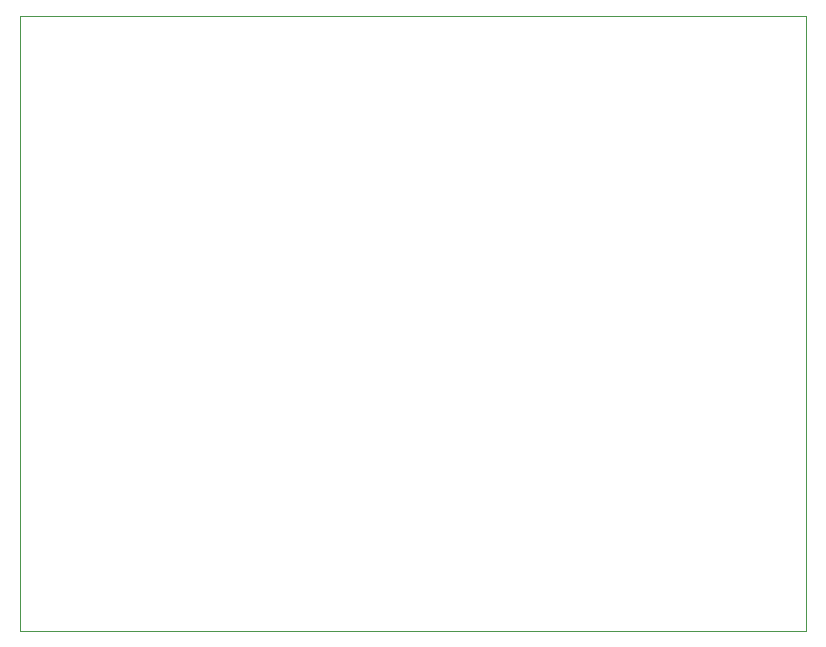
<source format=gm1>
G04 #@! TF.GenerationSoftware,KiCad,Pcbnew,(6.0.0)*
G04 #@! TF.CreationDate,2022-02-13T20:01:41+01:00*
G04 #@! TF.ProjectId,VolumeControl,566f6c75-6d65-4436-9f6e-74726f6c2e6b,rev?*
G04 #@! TF.SameCoordinates,Original*
G04 #@! TF.FileFunction,Profile,NP*
%FSLAX46Y46*%
G04 Gerber Fmt 4.6, Leading zero omitted, Abs format (unit mm)*
G04 Created by KiCad (PCBNEW (6.0.0)) date 2022-02-13 20:01:41*
%MOMM*%
%LPD*%
G01*
G04 APERTURE LIST*
G04 #@! TA.AperFunction,Profile*
%ADD10C,0.100000*%
G04 #@! TD*
G04 APERTURE END LIST*
D10*
X25244000Y-66870000D02*
X91792000Y-66870000D01*
X91792000Y-66870000D02*
X91792000Y-14800000D01*
X91792000Y-14800000D02*
X25244000Y-14800000D01*
X25244000Y-14800000D02*
X25244000Y-66870000D01*
M02*

</source>
